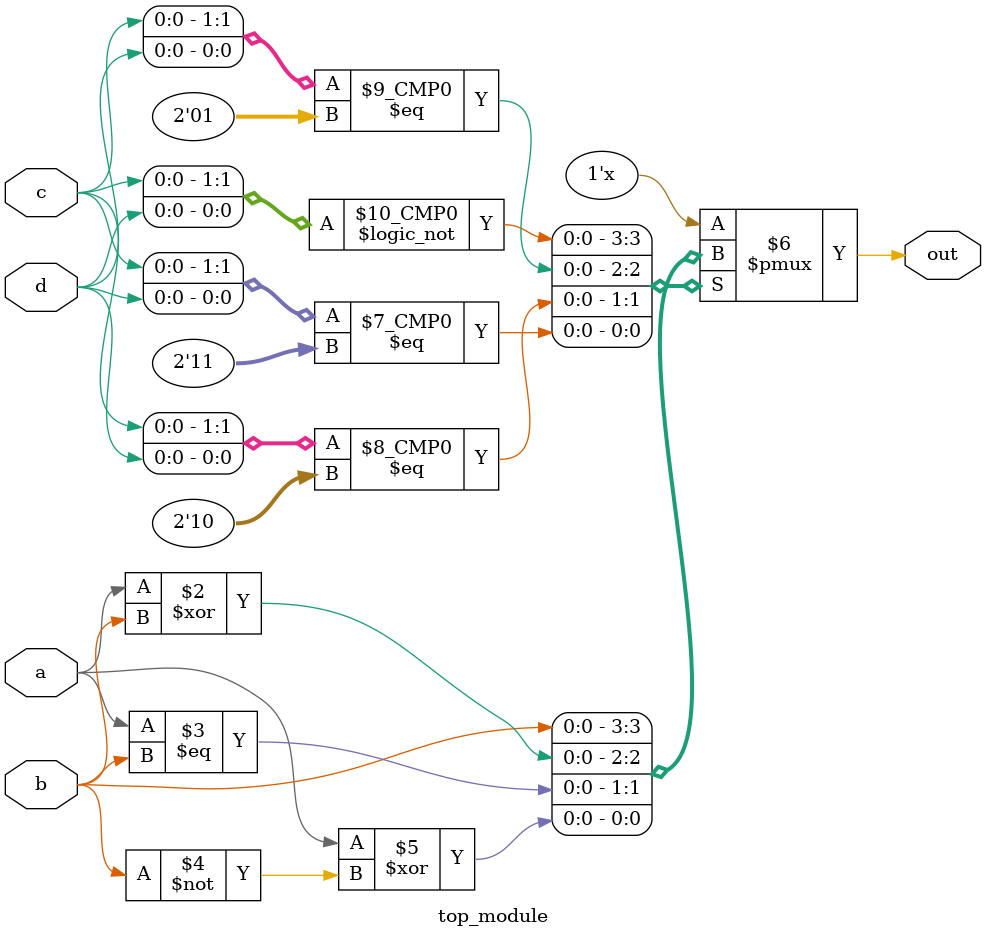
<source format=sv>
module top_module (
    input a,
    input b,
    input c,
    input d,
    output reg out
);

    always @(*) begin
        case ({c, d})
            2'b00: out = b;           // 00 row: b
            2'b01: out = a ^ b;       // 01 row: a xor b
            2'b10: out = a == b;      // 10 row: a == b
            2'b11: out = a ^ ~b;      // 11 row: a xor not b (a ^ ~b)
            default: out = 1'b0;
        endcase
    end

endmodule

</source>
